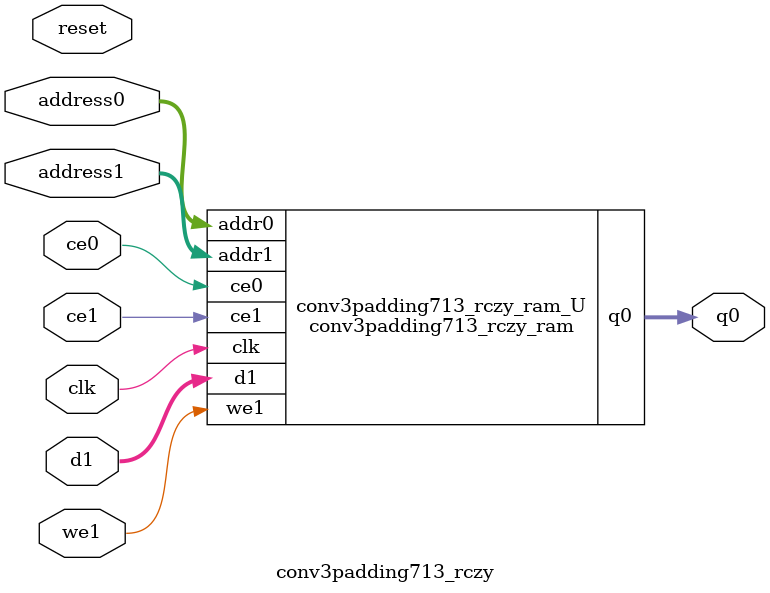
<source format=v>
`timescale 1 ns / 1 ps
module conv3padding713_rczy_ram (addr0, ce0, q0, addr1, ce1, d1, we1,  clk);

parameter DWIDTH = 64;
parameter AWIDTH = 10;
parameter MEM_SIZE = 672;

input[AWIDTH-1:0] addr0;
input ce0;
output reg[DWIDTH-1:0] q0;
input[AWIDTH-1:0] addr1;
input ce1;
input[DWIDTH-1:0] d1;
input we1;
input clk;

(* ram_style = "block" *)reg [DWIDTH-1:0] ram[0:MEM_SIZE-1];




always @(posedge clk)  
begin 
    if (ce0) begin
        q0 <= ram[addr0];
    end
end


always @(posedge clk)  
begin 
    if (ce1) begin
        if (we1) 
            ram[addr1] <= d1; 
    end
end


endmodule

`timescale 1 ns / 1 ps
module conv3padding713_rczy(
    reset,
    clk,
    address0,
    ce0,
    q0,
    address1,
    ce1,
    we1,
    d1);

parameter DataWidth = 32'd64;
parameter AddressRange = 32'd672;
parameter AddressWidth = 32'd10;
input reset;
input clk;
input[AddressWidth - 1:0] address0;
input ce0;
output[DataWidth - 1:0] q0;
input[AddressWidth - 1:0] address1;
input ce1;
input we1;
input[DataWidth - 1:0] d1;



conv3padding713_rczy_ram conv3padding713_rczy_ram_U(
    .clk( clk ),
    .addr0( address0 ),
    .ce0( ce0 ),
    .q0( q0 ),
    .addr1( address1 ),
    .ce1( ce1 ),
    .we1( we1 ),
    .d1( d1 ));

endmodule


</source>
